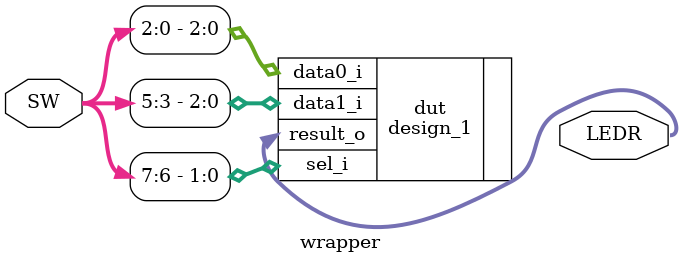
<source format=sv>
module wrapper (
  // inputs
  input  logic [7:0] SW,
  // outputs
  output logic [2:0] LEDR
);

  design_1 dut (
    .data0_i (  SW[2:0]),
    .data1_i (  SW[5:3]),
    .sel_i   (  SW[7:6]),
    .result_o(LEDR[2:0])
  );

endmodule : wrapper

</source>
